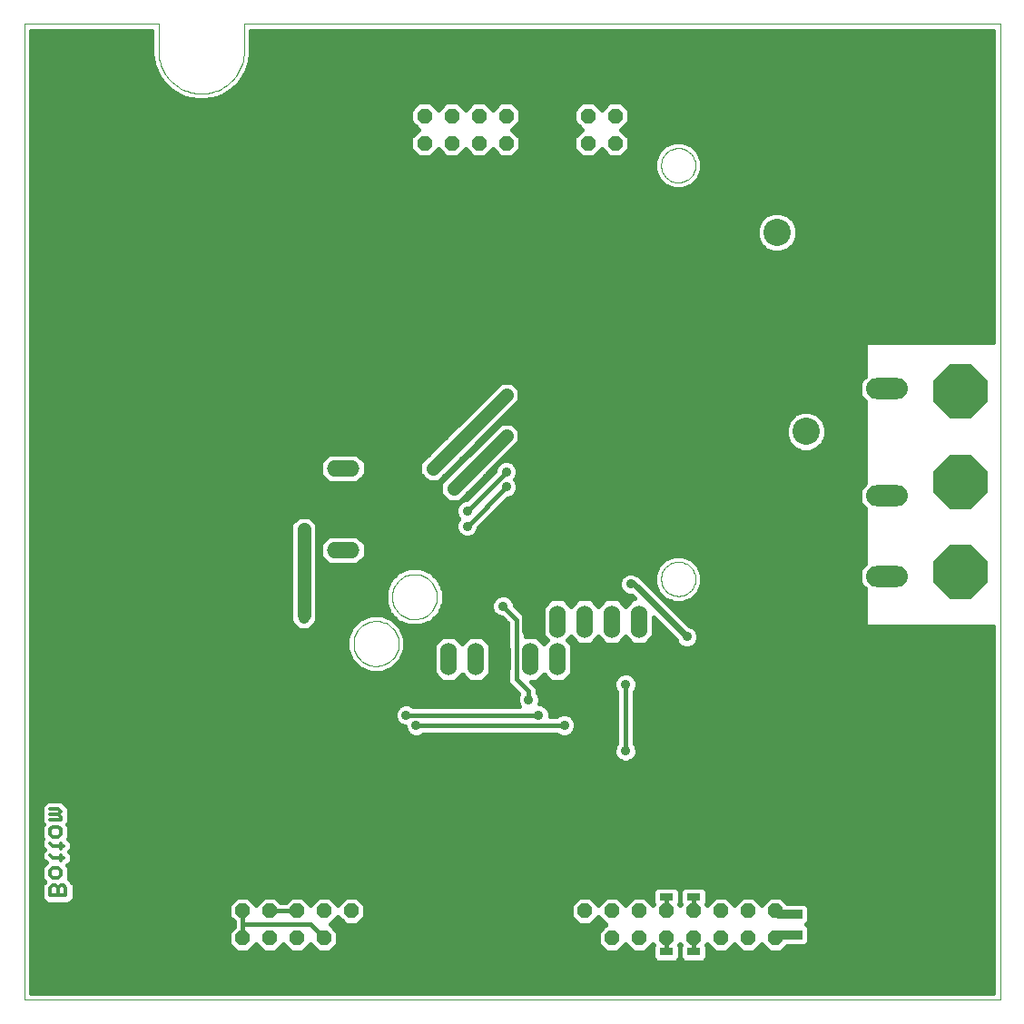
<source format=gbl>
G75*
G70*
%OFA0B0*%
%FSLAX24Y24*%
%IPPOS*%
%LPD*%
%AMOC8*
5,1,8,0,0,1.08239X$1,22.5*
%
%ADD10C,0.0000*%
%ADD11C,0.0130*%
%ADD12O,0.1535X0.0768*%
%ADD13R,0.1000X0.1000*%
%ADD14C,0.1000*%
%ADD15C,0.2441*%
%ADD16O,0.0600X0.1200*%
%ADD17OC8,0.1969*%
%ADD18OC8,0.0540*%
%ADD19O,0.1200X0.0600*%
%ADD20R,0.0512X0.0276*%
%ADD21R,0.0512X0.0354*%
%ADD22C,0.0160*%
%ADD23C,0.0394*%
%ADD24C,0.0354*%
%ADD25C,0.0400*%
%ADD26C,0.0500*%
%ADD27C,0.0400*%
%ADD28C,0.0240*%
%ADD29C,0.0320*%
D10*
X001930Y001930D02*
X001930Y037757D01*
X006851Y037757D01*
X006851Y036772D01*
X006853Y036695D01*
X006859Y036618D01*
X006868Y036541D01*
X006881Y036465D01*
X006898Y036389D01*
X006919Y036315D01*
X006943Y036241D01*
X006971Y036169D01*
X007002Y036099D01*
X007037Y036030D01*
X007075Y035962D01*
X007116Y035897D01*
X007161Y035834D01*
X007209Y035773D01*
X007259Y035714D01*
X007312Y035658D01*
X007368Y035605D01*
X007427Y035555D01*
X007488Y035507D01*
X007551Y035462D01*
X007616Y035421D01*
X007684Y035383D01*
X007753Y035348D01*
X007823Y035317D01*
X007895Y035289D01*
X007969Y035265D01*
X008043Y035244D01*
X008119Y035227D01*
X008195Y035214D01*
X008272Y035205D01*
X008349Y035199D01*
X008426Y035197D01*
X008503Y035199D01*
X008580Y035205D01*
X008657Y035214D01*
X008733Y035227D01*
X008809Y035244D01*
X008883Y035265D01*
X008957Y035289D01*
X009029Y035317D01*
X009099Y035348D01*
X009168Y035383D01*
X009236Y035421D01*
X009301Y035462D01*
X009364Y035507D01*
X009425Y035555D01*
X009484Y035605D01*
X009540Y035658D01*
X009593Y035714D01*
X009643Y035773D01*
X009691Y035834D01*
X009736Y035897D01*
X009777Y035962D01*
X009815Y036030D01*
X009850Y036099D01*
X009881Y036169D01*
X009909Y036241D01*
X009933Y036315D01*
X009954Y036389D01*
X009971Y036465D01*
X009984Y036541D01*
X009993Y036618D01*
X009999Y036695D01*
X010001Y036772D01*
X010001Y037757D01*
X037757Y037757D01*
X037757Y001930D01*
X001930Y001930D01*
X014018Y015002D02*
X014021Y015077D01*
X014032Y015152D01*
X014049Y015225D01*
X014072Y015297D01*
X014102Y015366D01*
X014138Y015432D01*
X014180Y015494D01*
X014228Y015553D01*
X014281Y015606D01*
X014338Y015655D01*
X014399Y015699D01*
X014465Y015736D01*
X014533Y015768D01*
X014604Y015793D01*
X014677Y015812D01*
X014751Y015824D01*
X014826Y015829D01*
X014901Y015827D01*
X014976Y015819D01*
X015050Y015803D01*
X015122Y015781D01*
X015192Y015753D01*
X015258Y015718D01*
X015322Y015678D01*
X015381Y015631D01*
X015436Y015580D01*
X015487Y015524D01*
X015531Y015463D01*
X015570Y015399D01*
X015604Y015331D01*
X015630Y015261D01*
X015651Y015189D01*
X015664Y015115D01*
X015671Y015040D01*
X015671Y014964D01*
X015664Y014889D01*
X015651Y014815D01*
X015630Y014743D01*
X015604Y014673D01*
X015570Y014605D01*
X015531Y014541D01*
X015487Y014480D01*
X015436Y014424D01*
X015381Y014373D01*
X015322Y014326D01*
X015259Y014286D01*
X015192Y014251D01*
X015122Y014223D01*
X015050Y014201D01*
X014976Y014185D01*
X014901Y014177D01*
X014826Y014175D01*
X014751Y014180D01*
X014677Y014192D01*
X014604Y014211D01*
X014533Y014236D01*
X014465Y014268D01*
X014399Y014305D01*
X014338Y014349D01*
X014281Y014398D01*
X014228Y014451D01*
X014180Y014510D01*
X014138Y014572D01*
X014102Y014638D01*
X014072Y014707D01*
X014049Y014779D01*
X014032Y014852D01*
X014021Y014927D01*
X014018Y015002D01*
X015425Y016720D02*
X015428Y016795D01*
X015439Y016870D01*
X015456Y016943D01*
X015479Y017015D01*
X015509Y017084D01*
X015545Y017150D01*
X015587Y017212D01*
X015635Y017271D01*
X015688Y017324D01*
X015745Y017373D01*
X015806Y017417D01*
X015872Y017454D01*
X015940Y017486D01*
X016011Y017511D01*
X016084Y017530D01*
X016158Y017542D01*
X016233Y017547D01*
X016308Y017545D01*
X016383Y017537D01*
X016457Y017521D01*
X016529Y017499D01*
X016599Y017471D01*
X016665Y017436D01*
X016729Y017396D01*
X016788Y017349D01*
X016843Y017298D01*
X016894Y017242D01*
X016938Y017181D01*
X016977Y017117D01*
X017011Y017049D01*
X017037Y016979D01*
X017058Y016907D01*
X017071Y016833D01*
X017078Y016758D01*
X017078Y016682D01*
X017071Y016607D01*
X017058Y016533D01*
X017037Y016461D01*
X017011Y016391D01*
X016977Y016323D01*
X016938Y016259D01*
X016894Y016198D01*
X016843Y016142D01*
X016788Y016091D01*
X016729Y016044D01*
X016666Y016004D01*
X016599Y015969D01*
X016529Y015941D01*
X016457Y015919D01*
X016383Y015903D01*
X016308Y015895D01*
X016233Y015893D01*
X016158Y015898D01*
X016084Y015910D01*
X016011Y015929D01*
X015940Y015954D01*
X015872Y015986D01*
X015806Y016023D01*
X015745Y016067D01*
X015688Y016116D01*
X015635Y016169D01*
X015587Y016228D01*
X015545Y016290D01*
X015509Y016356D01*
X015479Y016425D01*
X015456Y016497D01*
X015439Y016570D01*
X015428Y016645D01*
X015425Y016720D01*
X025309Y017377D02*
X025312Y017434D01*
X025319Y017491D01*
X025332Y017547D01*
X025350Y017601D01*
X025373Y017654D01*
X025401Y017704D01*
X025433Y017752D01*
X025469Y017796D01*
X025509Y017837D01*
X025553Y017875D01*
X025599Y017908D01*
X025649Y017936D01*
X025701Y017960D01*
X025755Y017980D01*
X025811Y017994D01*
X025867Y018003D01*
X025925Y018007D01*
X025982Y018006D01*
X026039Y017999D01*
X026095Y017987D01*
X026150Y017971D01*
X026203Y017949D01*
X026254Y017923D01*
X026302Y017892D01*
X026348Y017857D01*
X026390Y017817D01*
X026428Y017775D01*
X026462Y017728D01*
X026492Y017679D01*
X026517Y017628D01*
X026537Y017574D01*
X026553Y017519D01*
X026563Y017463D01*
X026568Y017406D01*
X026568Y017348D01*
X026563Y017291D01*
X026553Y017235D01*
X026537Y017180D01*
X026517Y017126D01*
X026492Y017075D01*
X026462Y017026D01*
X026428Y016979D01*
X026390Y016937D01*
X026348Y016897D01*
X026302Y016862D01*
X026254Y016831D01*
X026203Y016805D01*
X026150Y016783D01*
X026095Y016767D01*
X026039Y016755D01*
X025982Y016748D01*
X025925Y016747D01*
X025867Y016751D01*
X025811Y016760D01*
X025755Y016774D01*
X025701Y016794D01*
X025649Y016818D01*
X025599Y016846D01*
X025553Y016879D01*
X025509Y016917D01*
X025469Y016958D01*
X025433Y017002D01*
X025401Y017050D01*
X025373Y017100D01*
X025350Y017153D01*
X025332Y017207D01*
X025319Y017263D01*
X025312Y017320D01*
X025309Y017377D01*
X025309Y032564D02*
X025312Y032621D01*
X025319Y032678D01*
X025332Y032734D01*
X025350Y032788D01*
X025373Y032841D01*
X025401Y032891D01*
X025433Y032939D01*
X025469Y032983D01*
X025509Y033024D01*
X025553Y033062D01*
X025599Y033095D01*
X025649Y033123D01*
X025701Y033147D01*
X025755Y033167D01*
X025811Y033181D01*
X025867Y033190D01*
X025925Y033194D01*
X025982Y033193D01*
X026039Y033186D01*
X026095Y033174D01*
X026150Y033158D01*
X026203Y033136D01*
X026254Y033110D01*
X026302Y033079D01*
X026348Y033044D01*
X026390Y033004D01*
X026428Y032962D01*
X026462Y032915D01*
X026492Y032866D01*
X026517Y032815D01*
X026537Y032761D01*
X026553Y032706D01*
X026563Y032650D01*
X026568Y032593D01*
X026568Y032535D01*
X026563Y032478D01*
X026553Y032422D01*
X026537Y032367D01*
X026517Y032313D01*
X026492Y032262D01*
X026462Y032213D01*
X026428Y032166D01*
X026390Y032124D01*
X026348Y032084D01*
X026302Y032049D01*
X026254Y032018D01*
X026203Y031992D01*
X026150Y031970D01*
X026095Y031954D01*
X026039Y031942D01*
X025982Y031935D01*
X025925Y031934D01*
X025867Y031938D01*
X025811Y031947D01*
X025755Y031961D01*
X025701Y031981D01*
X025649Y032005D01*
X025599Y032033D01*
X025553Y032066D01*
X025509Y032104D01*
X025469Y032145D01*
X025433Y032189D01*
X025401Y032237D01*
X025373Y032287D01*
X025350Y032340D01*
X025332Y032394D01*
X025319Y032450D01*
X025312Y032507D01*
X025309Y032564D01*
D11*
X003164Y008927D02*
X002879Y008927D01*
X002879Y008737D02*
X003164Y008737D01*
X003259Y008832D01*
X003164Y008927D01*
X003164Y008737D02*
X003259Y008642D01*
X003259Y008547D01*
X002879Y008547D01*
X002974Y008283D02*
X003164Y008283D01*
X003259Y008188D01*
X003259Y007998D01*
X003164Y007903D01*
X002974Y007903D01*
X002879Y007998D01*
X002879Y008188D01*
X002974Y008283D01*
X002879Y007663D02*
X002974Y007568D01*
X003354Y007568D01*
X003259Y007473D02*
X003259Y007663D01*
X003259Y007233D02*
X003259Y007043D01*
X003354Y007138D02*
X002974Y007138D01*
X002879Y007233D01*
X002974Y006779D02*
X003164Y006779D01*
X003259Y006684D01*
X003259Y006494D01*
X003164Y006399D01*
X002974Y006399D01*
X002879Y006494D01*
X002879Y006684D01*
X002974Y006779D01*
X002974Y006134D02*
X002879Y006039D01*
X002879Y005754D01*
X003450Y005754D01*
X003450Y006039D01*
X003354Y006134D01*
X003259Y006134D01*
X003164Y006039D01*
X003164Y005754D01*
X003164Y006039D02*
X003069Y006134D01*
X002974Y006134D01*
D12*
X033615Y014518D03*
X033615Y017471D03*
X033615Y020423D03*
X033615Y024360D03*
D13*
X029564Y027150D03*
X030627Y019838D03*
D14*
X030627Y022790D03*
X029564Y030103D03*
D15*
X035985Y035985D03*
X035985Y003701D03*
X003701Y003701D03*
X003701Y035985D03*
D16*
X020502Y015814D03*
X021502Y015814D03*
X022502Y015814D03*
X023502Y015814D03*
X024502Y015814D03*
X021502Y014439D03*
X020502Y014439D03*
X019502Y014439D03*
X018502Y014439D03*
X017502Y014439D03*
D17*
X036314Y014314D03*
X036314Y017627D03*
X036314Y020939D03*
X036314Y024252D03*
D18*
X023627Y033377D03*
X023627Y034377D03*
X022627Y034377D03*
X022627Y033377D03*
X021627Y033377D03*
X021627Y034377D03*
X020627Y034377D03*
X020627Y033377D03*
X019627Y033377D03*
X019627Y034377D03*
X018627Y034377D03*
X018627Y033377D03*
X017627Y033377D03*
X017627Y034377D03*
X016627Y034377D03*
X016627Y033377D03*
X013939Y005189D03*
X013939Y004189D03*
X012939Y004189D03*
X011939Y004189D03*
X010939Y004189D03*
X009939Y004189D03*
X009939Y005189D03*
X010939Y005189D03*
X011939Y005189D03*
X012939Y005189D03*
X022502Y005189D03*
X023502Y005189D03*
X024502Y005189D03*
X025502Y005189D03*
X026502Y005189D03*
X027502Y005189D03*
X028502Y005189D03*
X029502Y005189D03*
X029502Y004189D03*
X028502Y004189D03*
X027502Y004189D03*
X026502Y004189D03*
X025502Y004189D03*
X024502Y004189D03*
X023502Y004189D03*
X022502Y004189D03*
D19*
X013627Y018439D03*
X013627Y019439D03*
X013627Y020439D03*
X013627Y021439D03*
D20*
X025502Y006438D03*
X025502Y005690D03*
X026502Y005690D03*
X026502Y006438D03*
X026502Y003688D03*
X026502Y002940D03*
X025502Y002940D03*
X025502Y003688D03*
D21*
X030252Y004315D03*
X030252Y005063D03*
D22*
X030747Y005139D02*
X037517Y005139D01*
X037517Y005297D02*
X030747Y005297D01*
X030747Y005340D02*
X030607Y005480D01*
X029932Y005480D01*
X029713Y005699D01*
X029290Y005699D01*
X029002Y005410D01*
X028713Y005699D01*
X028290Y005699D01*
X028002Y005410D01*
X027713Y005699D01*
X027290Y005699D01*
X027002Y005410D01*
X026978Y005434D01*
X026997Y005453D01*
X026997Y005927D01*
X026857Y006068D01*
X026146Y006068D01*
X026006Y005927D01*
X026006Y005453D01*
X026025Y005434D01*
X026002Y005410D01*
X025978Y005434D01*
X025997Y005453D01*
X025997Y005927D01*
X025857Y006068D01*
X025146Y006068D01*
X025006Y005927D01*
X025006Y005453D01*
X025025Y005434D01*
X025002Y005410D01*
X024713Y005699D01*
X024290Y005699D01*
X024002Y005410D01*
X023713Y005699D01*
X023290Y005699D01*
X023002Y005410D01*
X022713Y005699D01*
X022290Y005699D01*
X021992Y005400D01*
X021992Y004978D01*
X022290Y004679D01*
X022713Y004679D01*
X023002Y004968D01*
X023280Y004689D01*
X022992Y004400D01*
X022992Y003978D01*
X023290Y003679D01*
X023713Y003679D01*
X024002Y003968D01*
X024290Y003679D01*
X024713Y003679D01*
X025002Y003968D01*
X025025Y003945D01*
X025006Y003925D01*
X025006Y003451D01*
X025146Y003310D01*
X025857Y003310D01*
X025997Y003451D01*
X025997Y003925D01*
X025978Y003945D01*
X026002Y003968D01*
X026025Y003945D01*
X026006Y003925D01*
X026006Y003451D01*
X026146Y003310D01*
X026857Y003310D01*
X026997Y003451D01*
X026997Y003925D01*
X026978Y003945D01*
X027002Y003968D01*
X027290Y003679D01*
X027713Y003679D01*
X028002Y003968D01*
X028290Y003679D01*
X028713Y003679D01*
X029002Y003968D01*
X029290Y003679D01*
X029713Y003679D01*
X029932Y003898D01*
X030607Y003898D01*
X030747Y004039D01*
X030747Y004592D01*
X030650Y004689D01*
X030747Y004787D01*
X030747Y005340D01*
X030631Y005456D02*
X037517Y005456D01*
X037517Y005615D02*
X029797Y005615D01*
X029206Y005615D02*
X028797Y005615D01*
X028956Y005456D02*
X029047Y005456D01*
X028206Y005615D02*
X027797Y005615D01*
X027956Y005456D02*
X028047Y005456D01*
X027206Y005615D02*
X026997Y005615D01*
X026997Y005773D02*
X037517Y005773D01*
X037517Y005932D02*
X026993Y005932D01*
X026997Y005456D02*
X027047Y005456D01*
X026502Y005690D02*
X026502Y005189D01*
X026006Y005456D02*
X025997Y005456D01*
X025997Y005615D02*
X026006Y005615D01*
X025997Y005773D02*
X026006Y005773D01*
X025993Y005932D02*
X026010Y005932D01*
X025502Y005690D02*
X025502Y005189D01*
X025006Y005456D02*
X024956Y005456D01*
X025006Y005615D02*
X024797Y005615D01*
X025006Y005773D02*
X003755Y005773D01*
X003755Y005913D02*
X003755Y006166D01*
X003659Y006261D01*
X003559Y006362D01*
X003564Y006367D01*
X003564Y006620D01*
X003564Y006810D01*
X003511Y006864D01*
X003564Y006917D01*
X003659Y007012D01*
X003659Y007265D01*
X003571Y007353D01*
X003659Y007442D01*
X003659Y007694D01*
X003564Y007789D01*
X003523Y007830D01*
X003564Y007871D01*
X003564Y008124D01*
X003564Y008314D01*
X003511Y008367D01*
X003564Y008421D01*
X003564Y008516D01*
X003564Y008706D01*
X003564Y008959D01*
X003469Y009054D01*
X003291Y009232D01*
X002753Y009232D01*
X002574Y009054D01*
X002574Y008801D01*
X002574Y008611D01*
X002574Y008421D01*
X002627Y008367D01*
X002574Y008314D01*
X002574Y008124D01*
X002574Y007871D01*
X002615Y007830D01*
X002574Y007789D01*
X002574Y007537D01*
X002663Y007448D01*
X002574Y007360D01*
X002574Y007107D01*
X002723Y006959D01*
X002669Y006905D01*
X002574Y006810D01*
X002574Y006620D01*
X002574Y006367D01*
X002675Y006267D01*
X002574Y006166D01*
X002574Y005628D01*
X002753Y005449D01*
X003005Y005449D01*
X003038Y005449D01*
X003291Y005449D01*
X003323Y005449D01*
X003576Y005449D01*
X003755Y005628D01*
X003755Y005913D01*
X003755Y005932D02*
X025010Y005932D01*
X024206Y005615D02*
X023797Y005615D01*
X023956Y005456D02*
X024047Y005456D01*
X023206Y005615D02*
X022797Y005615D01*
X022956Y005456D02*
X023047Y005456D01*
X023148Y004822D02*
X022856Y004822D01*
X023096Y004505D02*
X013345Y004505D01*
X013449Y004400D02*
X013160Y004689D01*
X013439Y004968D01*
X013728Y004679D01*
X014150Y004679D01*
X014449Y004978D01*
X014449Y005400D01*
X014150Y005699D01*
X013728Y005699D01*
X013439Y005410D01*
X013150Y005699D01*
X012728Y005699D01*
X012439Y005410D01*
X012150Y005699D01*
X011728Y005699D01*
X011538Y005509D01*
X011340Y005509D01*
X011150Y005699D01*
X010728Y005699D01*
X010439Y005410D01*
X010150Y005699D01*
X009728Y005699D01*
X009429Y005400D01*
X009429Y004978D01*
X009619Y004788D01*
X009619Y004590D01*
X009429Y004400D01*
X009429Y003978D01*
X009728Y003679D01*
X010150Y003679D01*
X010439Y003968D01*
X010728Y003679D01*
X011150Y003679D01*
X011439Y003968D01*
X011728Y003679D01*
X012150Y003679D01*
X012439Y003968D01*
X012728Y003679D01*
X013150Y003679D01*
X013449Y003978D01*
X013449Y004400D01*
X013449Y004346D02*
X022992Y004346D01*
X022992Y004188D02*
X013449Y004188D01*
X013449Y004029D02*
X022992Y004029D01*
X023099Y003871D02*
X013342Y003871D01*
X013183Y003712D02*
X023257Y003712D01*
X023746Y003712D02*
X024257Y003712D01*
X024099Y003871D02*
X023904Y003871D01*
X024746Y003712D02*
X025006Y003712D01*
X025006Y003554D02*
X002170Y003554D01*
X002170Y003712D02*
X009695Y003712D01*
X009536Y003871D02*
X002170Y003871D01*
X002170Y004029D02*
X009429Y004029D01*
X009429Y004188D02*
X002170Y004188D01*
X002170Y004346D02*
X009429Y004346D01*
X009534Y004505D02*
X002170Y004505D01*
X002170Y004663D02*
X009619Y004663D01*
X009585Y004822D02*
X002170Y004822D01*
X002170Y004980D02*
X009429Y004980D01*
X009429Y005139D02*
X002170Y005139D01*
X002170Y005297D02*
X009429Y005297D01*
X009485Y005456D02*
X003583Y005456D01*
X003741Y005615D02*
X009643Y005615D01*
X009939Y005189D02*
X009939Y004689D01*
X012439Y004689D01*
X012939Y004189D01*
X012536Y003871D02*
X012342Y003871D01*
X012183Y003712D02*
X012695Y003712D01*
X011695Y003712D02*
X011183Y003712D01*
X011342Y003871D02*
X011536Y003871D01*
X010695Y003712D02*
X010183Y003712D01*
X010342Y003871D02*
X010536Y003871D01*
X009939Y004189D02*
X009939Y004189D01*
X009939Y004189D01*
X009939Y004189D01*
X009939Y004689D01*
X010393Y005456D02*
X010485Y005456D01*
X010643Y005615D02*
X010235Y005615D01*
X010939Y005189D02*
X011939Y005189D01*
X011939Y005189D01*
X011939Y005189D01*
X011939Y005189D01*
X011643Y005615D02*
X011235Y005615D01*
X012235Y005615D02*
X012643Y005615D01*
X012485Y005456D02*
X012393Y005456D01*
X013235Y005615D02*
X013643Y005615D01*
X013485Y005456D02*
X013393Y005456D01*
X013293Y004822D02*
X013585Y004822D01*
X013186Y004663D02*
X023255Y004663D01*
X022148Y004822D02*
X014293Y004822D01*
X014449Y004980D02*
X021992Y004980D01*
X021992Y005139D02*
X014449Y005139D01*
X014449Y005297D02*
X021992Y005297D01*
X022047Y005456D02*
X014393Y005456D01*
X014235Y005615D02*
X022206Y005615D01*
X024904Y003871D02*
X025006Y003871D01*
X025062Y003395D02*
X002170Y003395D01*
X002170Y003236D02*
X037517Y003236D01*
X037517Y003078D02*
X002170Y003078D01*
X002170Y002919D02*
X037517Y002919D01*
X037517Y002761D02*
X002170Y002761D01*
X002170Y002602D02*
X037517Y002602D01*
X037517Y002444D02*
X002170Y002444D01*
X002170Y002285D02*
X037517Y002285D01*
X037517Y002170D02*
X002170Y002170D01*
X002170Y037517D01*
X006611Y037517D01*
X006611Y036673D01*
X006611Y036673D01*
X006611Y036653D01*
X006642Y036417D01*
X006704Y036188D01*
X006704Y036188D01*
X006795Y035968D01*
X006914Y035762D01*
X007058Y035573D01*
X007227Y035405D01*
X007415Y035260D01*
X007415Y035260D01*
X007621Y035141D01*
X007621Y035141D01*
X007841Y035050D01*
X007841Y035050D01*
X008071Y034989D01*
X008307Y034958D01*
X008326Y034958D01*
X008326Y034957D01*
X008423Y034957D01*
X008426Y034957D01*
X008525Y034957D01*
X008525Y034958D01*
X008545Y034958D01*
X008781Y034989D01*
X009010Y035050D01*
X009010Y035050D01*
X009230Y035141D01*
X009230Y035141D01*
X009436Y035260D01*
X009625Y035405D01*
X009793Y035573D01*
X009793Y035573D01*
X009938Y035762D01*
X010057Y035968D01*
X010148Y036188D01*
X010209Y036417D01*
X010241Y036653D01*
X010241Y036653D01*
X010241Y036673D01*
X010241Y036819D01*
X010241Y036872D01*
X010241Y037517D01*
X037517Y037517D01*
X037517Y026064D01*
X032814Y026064D01*
X032814Y024825D01*
X032608Y024619D01*
X032608Y024102D01*
X032814Y023895D01*
X032814Y020888D01*
X032608Y020682D01*
X032608Y020165D01*
X032814Y019958D01*
X032814Y017935D01*
X032608Y017729D01*
X032608Y017212D01*
X032814Y017006D01*
X032814Y015627D01*
X037517Y015627D01*
X037517Y002170D01*
X037517Y003395D02*
X026942Y003395D01*
X026997Y003554D02*
X037517Y003554D01*
X037517Y003712D02*
X029746Y003712D01*
X029904Y003871D02*
X037517Y003871D01*
X037517Y004029D02*
X030738Y004029D01*
X030747Y004188D02*
X037517Y004188D01*
X037517Y004346D02*
X030747Y004346D01*
X030747Y004505D02*
X037517Y004505D01*
X037517Y004663D02*
X030676Y004663D01*
X030747Y004822D02*
X037517Y004822D01*
X037517Y004980D02*
X030747Y004980D01*
X029257Y003712D02*
X028746Y003712D01*
X028904Y003871D02*
X029099Y003871D01*
X028257Y003712D02*
X027746Y003712D01*
X027904Y003871D02*
X028099Y003871D01*
X027257Y003712D02*
X026997Y003712D01*
X026997Y003871D02*
X027099Y003871D01*
X026502Y003688D02*
X026502Y004189D01*
X026006Y003871D02*
X025997Y003871D01*
X025997Y003712D02*
X026006Y003712D01*
X025997Y003554D02*
X026006Y003554D01*
X026062Y003395D02*
X025941Y003395D01*
X025502Y003688D02*
X025502Y004189D01*
X025502Y003688D02*
X025502Y003688D01*
X024085Y010647D02*
X024238Y010710D01*
X024355Y010828D01*
X024419Y010981D01*
X024419Y011147D01*
X024355Y011300D01*
X024322Y011334D01*
X024322Y013232D01*
X024355Y013265D01*
X024419Y013419D01*
X024419Y013585D01*
X024355Y013738D01*
X024238Y013855D01*
X024085Y013919D01*
X023919Y013919D01*
X023765Y013855D01*
X023648Y013738D01*
X023584Y013585D01*
X023584Y013419D01*
X023648Y013265D01*
X023682Y013232D01*
X023682Y011334D01*
X023648Y011300D01*
X023584Y011147D01*
X023584Y010981D01*
X023648Y010828D01*
X023765Y010710D01*
X023919Y010647D01*
X024085Y010647D01*
X024184Y010688D02*
X037517Y010688D01*
X037517Y010846D02*
X024363Y010846D01*
X024419Y011005D02*
X037517Y011005D01*
X037517Y011164D02*
X024412Y011164D01*
X024334Y011322D02*
X037517Y011322D01*
X037517Y011481D02*
X024322Y011481D01*
X024322Y011639D02*
X037517Y011639D01*
X037517Y011798D02*
X024322Y011798D01*
X024322Y011956D02*
X037517Y011956D01*
X037517Y012115D02*
X024322Y012115D01*
X024322Y012273D02*
X037517Y012273D01*
X037517Y012432D02*
X024322Y012432D01*
X024322Y012590D02*
X037517Y012590D01*
X037517Y012749D02*
X024322Y012749D01*
X024322Y012908D02*
X037517Y012908D01*
X037517Y013066D02*
X024322Y013066D01*
X024322Y013225D02*
X037517Y013225D01*
X037517Y013383D02*
X024404Y013383D01*
X024419Y013542D02*
X037517Y013542D01*
X037517Y013700D02*
X024371Y013700D01*
X024229Y013859D02*
X037517Y013859D01*
X037517Y014017D02*
X022042Y014017D01*
X022042Y013915D02*
X022042Y014963D01*
X021878Y015127D01*
X022125Y015127D01*
X022002Y015251D02*
X022278Y014974D01*
X022725Y014974D01*
X023002Y015251D01*
X023278Y014974D01*
X023725Y014974D01*
X024002Y015251D01*
X024278Y014974D01*
X024725Y014974D01*
X025042Y015290D01*
X025042Y015952D01*
X025841Y015153D01*
X025898Y015015D01*
X026015Y014898D01*
X026169Y014834D01*
X026335Y014834D01*
X026488Y014898D01*
X026605Y015015D01*
X026669Y015169D01*
X026669Y015335D01*
X026605Y015488D01*
X026488Y015605D01*
X026350Y015662D01*
X024674Y017338D01*
X024674Y017338D01*
X024463Y017549D01*
X024410Y017549D01*
X024272Y017606D01*
X024106Y017606D01*
X023953Y017543D01*
X023835Y017425D01*
X023772Y017272D01*
X023772Y017106D01*
X023835Y016953D01*
X023953Y016835D01*
X024106Y016772D01*
X024222Y016772D01*
X024340Y016654D01*
X024278Y016654D01*
X024002Y016378D01*
X023725Y016654D01*
X023278Y016654D01*
X023002Y016378D01*
X022725Y016654D01*
X022278Y016654D01*
X022002Y016378D01*
X021725Y016654D01*
X021278Y016654D01*
X020962Y016338D01*
X020962Y015290D01*
X021126Y015127D01*
X021002Y015003D01*
X020725Y015279D01*
X020322Y015279D01*
X020322Y015744D01*
X020322Y016009D01*
X019919Y016412D01*
X019919Y016460D01*
X019855Y016613D01*
X019738Y016730D01*
X019585Y016794D01*
X019419Y016794D01*
X019265Y016730D01*
X019148Y016613D01*
X019084Y016460D01*
X019084Y016294D01*
X019148Y016140D01*
X019265Y016023D01*
X019419Y015959D01*
X019466Y015959D01*
X019682Y015744D01*
X019682Y013557D01*
X019869Y013369D01*
X020079Y013159D01*
X020022Y013022D01*
X020022Y012856D01*
X020085Y012703D01*
X020092Y012697D01*
X016209Y012697D01*
X016175Y012730D01*
X016022Y012794D01*
X015856Y012794D01*
X015703Y012730D01*
X015585Y012613D01*
X015522Y012460D01*
X015522Y012294D01*
X015585Y012140D01*
X015703Y012023D01*
X015856Y011959D01*
X015897Y011959D01*
X015897Y011919D01*
X015960Y011765D01*
X016078Y011648D01*
X016231Y011584D01*
X016397Y011584D01*
X016550Y011648D01*
X016584Y011682D01*
X021482Y011682D01*
X021515Y011648D01*
X021669Y011584D01*
X021835Y011584D01*
X021988Y011648D01*
X022105Y011765D01*
X022169Y011919D01*
X022169Y012085D01*
X022105Y012238D01*
X021988Y012355D01*
X021835Y012419D01*
X021669Y012419D01*
X021515Y012355D01*
X021482Y012322D01*
X021231Y012322D01*
X021231Y012460D01*
X021168Y012613D01*
X021050Y012730D01*
X020897Y012794D01*
X020830Y012794D01*
X020856Y012856D01*
X020856Y013022D01*
X020793Y013175D01*
X020759Y013209D01*
X020759Y013384D01*
X020544Y013599D01*
X020725Y013599D01*
X021002Y013876D01*
X021278Y013599D01*
X021725Y013599D01*
X022042Y013915D01*
X021985Y013859D02*
X023774Y013859D01*
X023632Y013700D02*
X021826Y013700D01*
X022042Y014176D02*
X037517Y014176D01*
X037517Y014334D02*
X022042Y014334D01*
X022042Y014493D02*
X037517Y014493D01*
X037517Y014652D02*
X022042Y014652D01*
X022042Y014810D02*
X037517Y014810D01*
X037517Y014969D02*
X026559Y014969D01*
X026652Y015127D02*
X037517Y015127D01*
X037517Y015286D02*
X026669Y015286D01*
X026623Y015444D02*
X037517Y015444D01*
X037517Y015603D02*
X026490Y015603D01*
X026251Y015761D02*
X032814Y015761D01*
X032814Y015920D02*
X026092Y015920D01*
X025934Y016078D02*
X032814Y016078D01*
X032814Y016237D02*
X025775Y016237D01*
X025617Y016396D02*
X032814Y016396D01*
X032814Y016554D02*
X026226Y016554D01*
X026112Y016507D02*
X026432Y016639D01*
X026677Y016884D01*
X026809Y017204D01*
X026809Y017550D01*
X026677Y017869D01*
X026432Y018114D01*
X026112Y018247D01*
X025766Y018247D01*
X025446Y018114D01*
X025202Y017869D01*
X025069Y017550D01*
X025069Y017204D01*
X025202Y016884D01*
X025446Y016639D01*
X025766Y016507D01*
X026112Y016507D01*
X026505Y016713D02*
X032814Y016713D01*
X032814Y016871D02*
X026664Y016871D01*
X026737Y017030D02*
X032790Y017030D01*
X032631Y017188D02*
X026803Y017188D01*
X026809Y017347D02*
X032608Y017347D01*
X032608Y017505D02*
X026809Y017505D01*
X026762Y017664D02*
X032608Y017664D01*
X032701Y017822D02*
X026696Y017822D01*
X026565Y017981D02*
X032814Y017981D01*
X032814Y018139D02*
X026371Y018139D01*
X025508Y018139D02*
X014391Y018139D01*
X014467Y018215D02*
X014150Y017899D01*
X013103Y017899D01*
X012787Y018215D01*
X012787Y018663D01*
X013103Y018979D01*
X014150Y018979D01*
X014467Y018663D01*
X014467Y018215D01*
X014467Y018298D02*
X032814Y018298D01*
X032814Y018457D02*
X014467Y018457D01*
X014467Y018615D02*
X032814Y018615D01*
X032814Y018774D02*
X014356Y018774D01*
X014197Y018932D02*
X018021Y018932D01*
X017953Y018960D02*
X018106Y018897D01*
X018272Y018897D01*
X018425Y018960D01*
X018543Y019078D01*
X018606Y019231D01*
X018606Y019279D01*
X019662Y020334D01*
X019710Y020334D01*
X019863Y020398D01*
X019980Y020515D01*
X020044Y020669D01*
X020044Y020835D01*
X032761Y020835D01*
X032814Y020993D02*
X019975Y020993D01*
X019980Y020988D02*
X019935Y021033D01*
X019980Y021078D01*
X020044Y021231D01*
X020044Y021397D01*
X019980Y021550D01*
X019863Y021668D01*
X019710Y021731D01*
X019544Y021731D01*
X019390Y021668D01*
X019273Y021550D01*
X019209Y021397D01*
X019209Y021349D01*
X018154Y020294D01*
X018106Y020294D01*
X017953Y020230D01*
X017835Y020113D01*
X017772Y019960D01*
X017772Y019794D01*
X017835Y019640D01*
X017880Y019595D01*
X017835Y019550D01*
X017772Y019397D01*
X017772Y019231D01*
X017835Y019078D01*
X017953Y018960D01*
X017830Y019091D02*
X012679Y019091D01*
X012679Y019189D02*
X012679Y019392D01*
X012392Y019679D01*
X011986Y019679D01*
X011699Y019392D01*
X011699Y016064D01*
X011699Y015861D01*
X011749Y015811D01*
X011749Y015757D01*
X012007Y015499D01*
X012371Y015499D01*
X012629Y015757D01*
X012629Y015811D01*
X012679Y015861D01*
X012679Y019189D01*
X012679Y019249D02*
X017772Y019249D01*
X017776Y019408D02*
X012663Y019408D01*
X012505Y019566D02*
X017851Y019566D01*
X017800Y019725D02*
X002170Y019725D01*
X002170Y019883D02*
X017772Y019883D01*
X017806Y020042D02*
X002170Y020042D01*
X002170Y020201D02*
X017485Y020201D01*
X017486Y020199D02*
X017892Y020199D01*
X020117Y022424D01*
X020117Y022830D01*
X019830Y023117D01*
X019424Y023117D01*
X017199Y020892D01*
X017199Y020486D01*
X017486Y020199D01*
X017326Y020359D02*
X002170Y020359D01*
X002170Y020518D02*
X017199Y020518D01*
X017199Y020676D02*
X002170Y020676D01*
X002170Y020835D02*
X017199Y020835D01*
X017142Y020949D02*
X020117Y023924D01*
X020117Y024330D01*
X019830Y024617D01*
X019424Y024617D01*
X016449Y021642D01*
X016449Y021236D01*
X016736Y020949D01*
X017142Y020949D01*
X017186Y020993D02*
X017300Y020993D01*
X017345Y021152D02*
X017459Y021152D01*
X017503Y021310D02*
X017617Y021310D01*
X017662Y021469D02*
X017776Y021469D01*
X017820Y021627D02*
X017935Y021627D01*
X017979Y021786D02*
X018093Y021786D01*
X018137Y021945D02*
X018252Y021945D01*
X018296Y022103D02*
X018410Y022103D01*
X018454Y022262D02*
X018569Y022262D01*
X018613Y022420D02*
X018727Y022420D01*
X018772Y022579D02*
X018886Y022579D01*
X018930Y022737D02*
X019044Y022737D01*
X019089Y022896D02*
X019203Y022896D01*
X019247Y023054D02*
X019361Y023054D01*
X019406Y023213D02*
X030002Y023213D01*
X029999Y023210D02*
X029887Y022938D01*
X029887Y022643D01*
X029999Y022371D01*
X030207Y022163D01*
X030479Y022050D01*
X030774Y022050D01*
X031046Y022163D01*
X031254Y022371D01*
X031367Y022643D01*
X031367Y022938D01*
X031254Y023210D01*
X031046Y023418D01*
X030774Y023530D01*
X030479Y023530D01*
X030207Y023418D01*
X029999Y023210D01*
X029935Y023054D02*
X019892Y023054D01*
X020050Y022896D02*
X029887Y022896D01*
X029887Y022737D02*
X020117Y022737D01*
X020117Y022579D02*
X029913Y022579D01*
X029979Y022420D02*
X020113Y022420D01*
X019955Y022262D02*
X030109Y022262D01*
X030352Y022103D02*
X019796Y022103D01*
X019637Y021945D02*
X032814Y021945D01*
X032814Y022103D02*
X030901Y022103D01*
X031144Y022262D02*
X032814Y022262D01*
X032814Y022420D02*
X031274Y022420D01*
X031340Y022579D02*
X032814Y022579D01*
X032814Y022737D02*
X031367Y022737D01*
X031367Y022896D02*
X032814Y022896D01*
X032814Y023054D02*
X031318Y023054D01*
X031251Y023213D02*
X032814Y023213D01*
X032814Y023371D02*
X031092Y023371D01*
X030775Y023530D02*
X032814Y023530D01*
X032814Y023689D02*
X019881Y023689D01*
X020040Y023847D02*
X032814Y023847D01*
X032704Y024006D02*
X020117Y024006D01*
X020117Y024164D02*
X032608Y024164D01*
X032608Y024323D02*
X020117Y024323D01*
X019965Y024481D02*
X032608Y024481D01*
X032629Y024640D02*
X002170Y024640D01*
X002170Y024798D02*
X032787Y024798D01*
X032814Y024957D02*
X002170Y024957D01*
X002170Y025115D02*
X032814Y025115D01*
X032814Y025274D02*
X002170Y025274D01*
X002170Y025432D02*
X032814Y025432D01*
X032814Y025591D02*
X002170Y025591D01*
X002170Y025750D02*
X032814Y025750D01*
X032814Y025908D02*
X002170Y025908D01*
X002170Y026067D02*
X037517Y026067D01*
X037517Y026225D02*
X002170Y026225D01*
X002170Y026384D02*
X037517Y026384D01*
X037517Y026542D02*
X002170Y026542D01*
X002170Y026701D02*
X037517Y026701D01*
X037517Y026859D02*
X002170Y026859D01*
X002170Y027018D02*
X037517Y027018D01*
X037517Y027176D02*
X002170Y027176D01*
X002170Y027335D02*
X037517Y027335D01*
X037517Y027494D02*
X002170Y027494D01*
X002170Y027652D02*
X037517Y027652D01*
X037517Y027811D02*
X002170Y027811D01*
X002170Y027969D02*
X037517Y027969D01*
X037517Y028128D02*
X002170Y028128D01*
X002170Y028286D02*
X037517Y028286D01*
X037517Y028445D02*
X002170Y028445D01*
X002170Y028603D02*
X037517Y028603D01*
X037517Y028762D02*
X002170Y028762D01*
X002170Y028920D02*
X037517Y028920D01*
X037517Y029079D02*
X002170Y029079D01*
X002170Y029238D02*
X037517Y029238D01*
X037517Y029396D02*
X029792Y029396D01*
X029711Y029363D02*
X029983Y029476D01*
X030192Y029684D01*
X030304Y029956D01*
X030304Y030250D01*
X030192Y030522D01*
X029983Y030730D01*
X029711Y030843D01*
X029417Y030843D01*
X029145Y030730D01*
X028937Y030522D01*
X028824Y030250D01*
X028824Y029956D01*
X028937Y029684D01*
X029145Y029476D01*
X029417Y029363D01*
X029711Y029363D01*
X029337Y029396D02*
X002170Y029396D01*
X002170Y029555D02*
X029066Y029555D01*
X028925Y029713D02*
X002170Y029713D01*
X002170Y029872D02*
X028859Y029872D01*
X028824Y030030D02*
X002170Y030030D01*
X002170Y030189D02*
X028824Y030189D01*
X028864Y030347D02*
X002170Y030347D01*
X002170Y030506D02*
X028930Y030506D01*
X029079Y030664D02*
X002170Y030664D01*
X002170Y030823D02*
X029369Y030823D01*
X029759Y030823D02*
X037517Y030823D01*
X037517Y030981D02*
X002170Y030981D01*
X002170Y031140D02*
X037517Y031140D01*
X037517Y031299D02*
X002170Y031299D01*
X002170Y031457D02*
X037517Y031457D01*
X037517Y031616D02*
X002170Y031616D01*
X002170Y031774D02*
X025573Y031774D01*
X025446Y031827D02*
X025766Y031694D01*
X026112Y031694D01*
X026432Y031827D01*
X026677Y032071D01*
X026809Y032391D01*
X026809Y032737D01*
X026677Y033057D01*
X026432Y033302D01*
X026112Y033434D01*
X025766Y033434D01*
X025446Y033302D01*
X025202Y033057D01*
X025069Y032737D01*
X025069Y032391D01*
X025202Y032071D01*
X025446Y031827D01*
X025340Y031933D02*
X002170Y031933D01*
X002170Y032091D02*
X025193Y032091D01*
X025128Y032250D02*
X002170Y032250D01*
X002170Y032408D02*
X025069Y032408D01*
X025069Y032567D02*
X002170Y032567D01*
X002170Y032725D02*
X025069Y032725D01*
X025130Y032884D02*
X023855Y032884D01*
X023838Y032867D02*
X024137Y033165D01*
X024137Y033588D01*
X023848Y033877D01*
X024137Y034165D01*
X024137Y034588D01*
X023838Y034887D01*
X023415Y034887D01*
X023127Y034598D01*
X022838Y034887D01*
X022415Y034887D01*
X022117Y034588D01*
X022117Y034165D01*
X022405Y033877D01*
X022117Y033588D01*
X022117Y033165D01*
X022415Y032867D01*
X022838Y032867D01*
X023127Y033155D01*
X023415Y032867D01*
X023838Y032867D01*
X024014Y033043D02*
X025196Y033043D01*
X025346Y033201D02*
X024137Y033201D01*
X024137Y033360D02*
X025587Y033360D01*
X026292Y033360D02*
X037517Y033360D01*
X037517Y033518D02*
X024137Y033518D01*
X024048Y033677D02*
X037517Y033677D01*
X037517Y033835D02*
X023889Y033835D01*
X023965Y033994D02*
X037517Y033994D01*
X037517Y034152D02*
X024124Y034152D01*
X024137Y034311D02*
X037517Y034311D01*
X037517Y034469D02*
X024137Y034469D01*
X024096Y034628D02*
X037517Y034628D01*
X037517Y034787D02*
X023938Y034787D01*
X023315Y034787D02*
X022938Y034787D01*
X023096Y034628D02*
X023157Y034628D01*
X022315Y034787D02*
X019938Y034787D01*
X019838Y034887D02*
X020137Y034588D01*
X020137Y034165D01*
X019848Y033877D01*
X020137Y033588D01*
X020137Y033165D01*
X019838Y032867D01*
X019415Y032867D01*
X019127Y033155D01*
X018838Y032867D01*
X018415Y032867D01*
X018127Y033155D01*
X017838Y032867D01*
X017415Y032867D01*
X017127Y033155D01*
X016838Y032867D01*
X016415Y032867D01*
X016117Y033165D01*
X016117Y033588D01*
X016405Y033877D01*
X016117Y034165D01*
X016117Y034588D01*
X016415Y034887D01*
X016838Y034887D01*
X017127Y034598D01*
X017415Y034887D01*
X017838Y034887D01*
X018127Y034598D01*
X018415Y034887D01*
X018838Y034887D01*
X019127Y034598D01*
X019415Y034887D01*
X019838Y034887D01*
X020096Y034628D02*
X022157Y034628D01*
X022117Y034469D02*
X020137Y034469D01*
X020137Y034311D02*
X022117Y034311D01*
X022130Y034152D02*
X020124Y034152D01*
X019965Y033994D02*
X022288Y033994D01*
X022364Y033835D02*
X019889Y033835D01*
X020048Y033677D02*
X022206Y033677D01*
X022117Y033518D02*
X020137Y033518D01*
X020137Y033360D02*
X022117Y033360D01*
X022117Y033201D02*
X020137Y033201D01*
X020014Y033043D02*
X022239Y033043D01*
X022398Y032884D02*
X019855Y032884D01*
X019398Y032884D02*
X018855Y032884D01*
X019014Y033043D02*
X019239Y033043D01*
X018398Y032884D02*
X017855Y032884D01*
X018014Y033043D02*
X018239Y033043D01*
X017398Y032884D02*
X016855Y032884D01*
X017014Y033043D02*
X017239Y033043D01*
X016398Y032884D02*
X002170Y032884D01*
X002170Y033043D02*
X016239Y033043D01*
X016117Y033201D02*
X002170Y033201D01*
X002170Y033360D02*
X016117Y033360D01*
X016117Y033518D02*
X002170Y033518D01*
X002170Y033677D02*
X016206Y033677D01*
X016364Y033835D02*
X002170Y033835D01*
X002170Y033994D02*
X016288Y033994D01*
X016130Y034152D02*
X002170Y034152D01*
X002170Y034311D02*
X016117Y034311D01*
X016117Y034469D02*
X002170Y034469D01*
X002170Y034628D02*
X016157Y034628D01*
X016315Y034787D02*
X002170Y034787D01*
X002170Y034945D02*
X037517Y034945D01*
X037517Y035104D02*
X009139Y035104D01*
X009436Y035260D02*
X009436Y035260D01*
X009439Y035262D02*
X037517Y035262D01*
X037517Y035421D02*
X009641Y035421D01*
X009625Y035405D02*
X009625Y035405D01*
X009625Y035405D01*
X009798Y035579D02*
X037517Y035579D01*
X037517Y035738D02*
X009919Y035738D01*
X009938Y035762D02*
X009938Y035762D01*
X010016Y035896D02*
X037517Y035896D01*
X037517Y036055D02*
X010093Y036055D01*
X010057Y035968D02*
X010057Y035968D01*
X010148Y036188D02*
X010148Y036188D01*
X010155Y036213D02*
X037517Y036213D01*
X037517Y036372D02*
X010197Y036372D01*
X010209Y036417D02*
X010209Y036417D01*
X010224Y036531D02*
X037517Y036531D01*
X037517Y036689D02*
X010241Y036689D01*
X010241Y036673D02*
X010241Y036673D01*
X010241Y036848D02*
X037517Y036848D01*
X037517Y037006D02*
X010241Y037006D01*
X010241Y037165D02*
X037517Y037165D01*
X037517Y037323D02*
X010241Y037323D01*
X010241Y037482D02*
X037517Y037482D01*
X037517Y033201D02*
X026532Y033201D01*
X026683Y033043D02*
X037517Y033043D01*
X037517Y032884D02*
X026748Y032884D01*
X026809Y032725D02*
X037517Y032725D01*
X037517Y032567D02*
X026809Y032567D01*
X026809Y032408D02*
X037517Y032408D01*
X037517Y032250D02*
X026751Y032250D01*
X026685Y032091D02*
X037517Y032091D01*
X037517Y031933D02*
X026538Y031933D01*
X026305Y031774D02*
X037517Y031774D01*
X037517Y030664D02*
X030049Y030664D01*
X030198Y030506D02*
X037517Y030506D01*
X037517Y030347D02*
X030264Y030347D01*
X030304Y030189D02*
X037517Y030189D01*
X037517Y030030D02*
X030304Y030030D01*
X030269Y029872D02*
X037517Y029872D01*
X037517Y029713D02*
X030204Y029713D01*
X030062Y029555D02*
X037517Y029555D01*
X030478Y023530D02*
X019723Y023530D01*
X019564Y023371D02*
X030161Y023371D01*
X032814Y021786D02*
X019479Y021786D01*
X019350Y021627D02*
X019320Y021627D01*
X019239Y021469D02*
X019162Y021469D01*
X019170Y021310D02*
X019003Y021310D01*
X019012Y021152D02*
X018845Y021152D01*
X018853Y020993D02*
X018686Y020993D01*
X018695Y020835D02*
X018528Y020835D01*
X018536Y020676D02*
X018369Y020676D01*
X018378Y020518D02*
X018211Y020518D01*
X018219Y020359D02*
X018052Y020359D01*
X017923Y020201D02*
X017893Y020201D01*
X018189Y019877D02*
X019627Y021314D01*
X020011Y021152D02*
X032814Y021152D01*
X032814Y021310D02*
X020044Y021310D01*
X020014Y021469D02*
X032814Y021469D01*
X032814Y021627D02*
X019903Y021627D01*
X019980Y020988D02*
X020044Y020835D01*
X020044Y020676D02*
X032608Y020676D01*
X032608Y020518D02*
X019981Y020518D01*
X019769Y020359D02*
X032608Y020359D01*
X032608Y020201D02*
X019528Y020201D01*
X019370Y020042D02*
X032730Y020042D01*
X032814Y019883D02*
X019211Y019883D01*
X019052Y019725D02*
X032814Y019725D01*
X032814Y019566D02*
X018894Y019566D01*
X018735Y019408D02*
X032814Y019408D01*
X032814Y019249D02*
X018606Y019249D01*
X018548Y019091D02*
X032814Y019091D01*
X032814Y018932D02*
X018357Y018932D01*
X018189Y019314D02*
X019627Y020752D01*
X017544Y022737D02*
X002170Y022737D01*
X002170Y022579D02*
X017386Y022579D01*
X017227Y022420D02*
X002170Y022420D01*
X002170Y022262D02*
X017069Y022262D01*
X016910Y022103D02*
X002170Y022103D01*
X002170Y021945D02*
X013068Y021945D01*
X013103Y021979D02*
X012787Y021663D01*
X012787Y021215D01*
X013103Y020899D01*
X014150Y020899D01*
X014467Y021215D01*
X014467Y021663D01*
X014150Y021979D01*
X013103Y021979D01*
X012910Y021786D02*
X002170Y021786D01*
X002170Y021627D02*
X012787Y021627D01*
X012787Y021469D02*
X002170Y021469D01*
X002170Y021310D02*
X012787Y021310D01*
X012850Y021152D02*
X002170Y021152D01*
X002170Y020993D02*
X013009Y020993D01*
X014244Y020993D02*
X016692Y020993D01*
X016534Y021152D02*
X014403Y021152D01*
X014467Y021310D02*
X016449Y021310D01*
X016449Y021469D02*
X014467Y021469D01*
X014467Y021627D02*
X016449Y021627D01*
X016593Y021786D02*
X014343Y021786D01*
X014185Y021945D02*
X016752Y021945D01*
X017703Y022896D02*
X002170Y022896D01*
X002170Y023054D02*
X017861Y023054D01*
X018020Y023213D02*
X002170Y023213D01*
X002170Y023371D02*
X018178Y023371D01*
X018337Y023530D02*
X002170Y023530D01*
X002170Y023689D02*
X018496Y023689D01*
X018654Y023847D02*
X002170Y023847D01*
X002170Y024006D02*
X018813Y024006D01*
X018971Y024164D02*
X002170Y024164D01*
X002170Y024323D02*
X019130Y024323D01*
X019288Y024481D02*
X002170Y024481D01*
X002170Y019566D02*
X011874Y019566D01*
X011715Y019408D02*
X002170Y019408D01*
X002170Y019249D02*
X011699Y019249D01*
X011699Y019091D02*
X002170Y019091D01*
X002170Y018932D02*
X011699Y018932D01*
X011699Y018774D02*
X002170Y018774D01*
X002170Y018615D02*
X011699Y018615D01*
X011699Y018457D02*
X002170Y018457D01*
X002170Y018298D02*
X011699Y018298D01*
X011699Y018139D02*
X002170Y018139D01*
X002170Y017981D02*
X011699Y017981D01*
X011699Y017822D02*
X002170Y017822D01*
X002170Y017664D02*
X011699Y017664D01*
X011699Y017505D02*
X002170Y017505D01*
X002170Y017347D02*
X011699Y017347D01*
X011699Y017188D02*
X002170Y017188D01*
X002170Y017030D02*
X011699Y017030D01*
X011699Y016871D02*
X002170Y016871D01*
X002170Y016713D02*
X011699Y016713D01*
X011699Y016554D02*
X002170Y016554D01*
X002170Y016396D02*
X011699Y016396D01*
X011699Y016237D02*
X002170Y016237D01*
X002170Y016078D02*
X011699Y016078D01*
X011699Y015920D02*
X002170Y015920D01*
X002170Y015761D02*
X011749Y015761D01*
X011903Y015603D02*
X002170Y015603D01*
X002170Y015444D02*
X013874Y015444D01*
X013808Y015286D02*
X002170Y015286D01*
X002170Y015127D02*
X013779Y015127D01*
X013779Y015214D02*
X013941Y015606D01*
X014241Y015906D01*
X014633Y016068D01*
X015058Y016068D01*
X015450Y015906D01*
X015750Y015606D01*
X015912Y015214D01*
X015912Y014789D01*
X015750Y014397D01*
X015450Y014097D01*
X015058Y013935D01*
X014633Y013935D01*
X014241Y014097D01*
X013941Y014397D01*
X013779Y014789D01*
X013779Y015214D01*
X013779Y014969D02*
X002170Y014969D01*
X002170Y014810D02*
X013779Y014810D01*
X013836Y014652D02*
X002170Y014652D01*
X002170Y014493D02*
X013901Y014493D01*
X014004Y014334D02*
X002170Y014334D01*
X002170Y014176D02*
X014162Y014176D01*
X014434Y014017D02*
X002170Y014017D01*
X002170Y013859D02*
X017018Y013859D01*
X016962Y013915D02*
X017278Y013599D01*
X017725Y013599D01*
X018002Y013876D01*
X018278Y013599D01*
X018725Y013599D01*
X019042Y013915D01*
X019042Y014963D01*
X018725Y015279D01*
X018278Y015279D01*
X018002Y015003D01*
X017725Y015279D01*
X017278Y015279D01*
X016962Y014963D01*
X016962Y013915D01*
X016962Y014017D02*
X015257Y014017D01*
X015528Y014176D02*
X016962Y014176D01*
X016962Y014334D02*
X015687Y014334D01*
X015789Y014493D02*
X016962Y014493D01*
X016962Y014652D02*
X015855Y014652D01*
X015912Y014810D02*
X016962Y014810D01*
X016967Y014969D02*
X015912Y014969D01*
X015912Y015127D02*
X017126Y015127D01*
X016856Y015816D02*
X017156Y016116D01*
X017318Y016508D01*
X017318Y016933D01*
X017156Y017325D01*
X016856Y017625D01*
X016464Y017787D01*
X016039Y017787D01*
X015647Y017625D01*
X015347Y017325D01*
X015185Y016933D01*
X015185Y016508D01*
X015347Y016116D01*
X015647Y015816D01*
X016039Y015654D01*
X016464Y015654D01*
X016856Y015816D01*
X016724Y015761D02*
X019664Y015761D01*
X019682Y015603D02*
X015751Y015603D01*
X015779Y015761D02*
X015594Y015761D01*
X015543Y015920D02*
X015416Y015920D01*
X015385Y016078D02*
X012679Y016078D01*
X012679Y015920D02*
X014275Y015920D01*
X014096Y015761D02*
X012629Y015761D01*
X012475Y015603D02*
X013940Y015603D01*
X012679Y016237D02*
X015297Y016237D01*
X015231Y016396D02*
X012679Y016396D01*
X012679Y016554D02*
X015185Y016554D01*
X015185Y016713D02*
X012679Y016713D01*
X012679Y016871D02*
X015185Y016871D01*
X015225Y017030D02*
X012679Y017030D01*
X012679Y017188D02*
X015291Y017188D01*
X015369Y017347D02*
X012679Y017347D01*
X012679Y017505D02*
X015528Y017505D01*
X015742Y017664D02*
X012679Y017664D01*
X012679Y017822D02*
X025182Y017822D01*
X025116Y017664D02*
X016761Y017664D01*
X016975Y017505D02*
X023915Y017505D01*
X023803Y017347D02*
X017134Y017347D01*
X017212Y017188D02*
X023772Y017188D01*
X023804Y017030D02*
X017278Y017030D01*
X017318Y016871D02*
X023917Y016871D01*
X023825Y016554D02*
X024178Y016554D01*
X024282Y016713D02*
X019756Y016713D01*
X019880Y016554D02*
X021178Y016554D01*
X021020Y016396D02*
X019935Y016396D01*
X020094Y016237D02*
X020962Y016237D01*
X020962Y016078D02*
X020252Y016078D01*
X020322Y015920D02*
X020962Y015920D01*
X020962Y015761D02*
X020322Y015761D01*
X020322Y015603D02*
X020962Y015603D01*
X020962Y015444D02*
X020322Y015444D01*
X020322Y015286D02*
X020967Y015286D01*
X020877Y015127D02*
X021125Y015127D01*
X021878Y015127D02*
X022002Y015251D01*
X022036Y014969D02*
X025945Y014969D01*
X025852Y015127D02*
X024878Y015127D01*
X025037Y015286D02*
X025708Y015286D01*
X025550Y015444D02*
X025042Y015444D01*
X025042Y015603D02*
X025391Y015603D01*
X025233Y015761D02*
X025042Y015761D01*
X025042Y015920D02*
X025074Y015920D01*
X025458Y016554D02*
X025652Y016554D01*
X025373Y016713D02*
X025300Y016713D01*
X025214Y016871D02*
X025141Y016871D01*
X025141Y017030D02*
X024983Y017030D01*
X025076Y017188D02*
X024824Y017188D01*
X024666Y017347D02*
X025069Y017347D01*
X025069Y017505D02*
X024507Y017505D01*
X025313Y017981D02*
X014232Y017981D01*
X013021Y017981D02*
X012679Y017981D01*
X012679Y018139D02*
X012863Y018139D01*
X012787Y018298D02*
X012679Y018298D01*
X012679Y018457D02*
X012787Y018457D01*
X012787Y018615D02*
X012679Y018615D01*
X012679Y018774D02*
X012898Y018774D01*
X013056Y018932D02*
X012679Y018932D01*
X015817Y015444D02*
X019682Y015444D01*
X019682Y015286D02*
X015882Y015286D01*
X016960Y015920D02*
X019506Y015920D01*
X019210Y016078D02*
X017118Y016078D01*
X017206Y016237D02*
X019108Y016237D01*
X019084Y016396D02*
X017272Y016396D01*
X017318Y016554D02*
X019124Y016554D01*
X019248Y016713D02*
X017318Y016713D01*
X017877Y015127D02*
X018126Y015127D01*
X018877Y015127D02*
X019682Y015127D01*
X019682Y014969D02*
X019036Y014969D01*
X019042Y014810D02*
X019682Y014810D01*
X019682Y014652D02*
X019042Y014652D01*
X019042Y014493D02*
X019682Y014493D01*
X019682Y014334D02*
X019042Y014334D01*
X019042Y014176D02*
X019682Y014176D01*
X019682Y014017D02*
X019042Y014017D01*
X018985Y013859D02*
X019682Y013859D01*
X019682Y013700D02*
X018826Y013700D01*
X018177Y013700D02*
X017826Y013700D01*
X017985Y013859D02*
X018018Y013859D01*
X017177Y013700D02*
X002170Y013700D01*
X002170Y013542D02*
X019696Y013542D01*
X019855Y013383D02*
X002170Y013383D01*
X002170Y013225D02*
X020014Y013225D01*
X020040Y013066D02*
X002170Y013066D01*
X002170Y012908D02*
X020022Y012908D01*
X020066Y012749D02*
X016130Y012749D01*
X015748Y012749D02*
X002170Y012749D01*
X002170Y012590D02*
X015576Y012590D01*
X015522Y012432D02*
X002170Y012432D01*
X002170Y012273D02*
X015530Y012273D01*
X015611Y012115D02*
X002170Y012115D01*
X002170Y011956D02*
X015897Y011956D01*
X015947Y011798D02*
X002170Y011798D01*
X002170Y011639D02*
X016099Y011639D01*
X016314Y012002D02*
X021752Y012002D01*
X022070Y012273D02*
X023682Y012273D01*
X023682Y012115D02*
X022156Y012115D01*
X022169Y011956D02*
X023682Y011956D01*
X023682Y011798D02*
X022119Y011798D01*
X021967Y011639D02*
X023682Y011639D01*
X023682Y011481D02*
X002170Y011481D01*
X002170Y011322D02*
X023670Y011322D01*
X023591Y011164D02*
X002170Y011164D01*
X002170Y011005D02*
X023584Y011005D01*
X023640Y010846D02*
X002170Y010846D01*
X002170Y010688D02*
X023820Y010688D01*
X024002Y011064D02*
X024002Y013502D01*
X023584Y013542D02*
X020601Y013542D01*
X020759Y013383D02*
X023599Y013383D01*
X023682Y013225D02*
X020759Y013225D01*
X020838Y013066D02*
X023682Y013066D01*
X023682Y012908D02*
X020856Y012908D01*
X021005Y012749D02*
X023682Y012749D01*
X023682Y012590D02*
X021177Y012590D01*
X021231Y012432D02*
X023682Y012432D01*
X021536Y011639D02*
X016529Y011639D01*
X015939Y012377D02*
X020814Y012377D01*
X020439Y012939D02*
X020439Y013252D01*
X020002Y013689D01*
X020002Y015877D01*
X019502Y016377D01*
X021825Y016554D02*
X022178Y016554D01*
X022020Y016396D02*
X021984Y016396D01*
X022825Y016554D02*
X023178Y016554D01*
X023020Y016396D02*
X022984Y016396D01*
X023984Y016396D02*
X024020Y016396D01*
X024125Y015127D02*
X023878Y015127D01*
X023125Y015127D02*
X022878Y015127D01*
X021177Y013700D02*
X020826Y013700D01*
X020985Y013859D02*
X021018Y013859D01*
X037517Y010529D02*
X002170Y010529D01*
X002170Y010371D02*
X037517Y010371D01*
X037517Y010212D02*
X002170Y010212D01*
X002170Y010054D02*
X037517Y010054D01*
X037517Y009895D02*
X002170Y009895D01*
X002170Y009737D02*
X037517Y009737D01*
X037517Y009578D02*
X002170Y009578D01*
X002170Y009420D02*
X037517Y009420D01*
X037517Y009261D02*
X002170Y009261D01*
X002170Y009103D02*
X002623Y009103D01*
X002574Y008944D02*
X002170Y008944D01*
X002170Y008785D02*
X002574Y008785D01*
X002574Y008627D02*
X002170Y008627D01*
X002170Y008468D02*
X002574Y008468D01*
X002574Y008310D02*
X002170Y008310D01*
X002170Y008151D02*
X002574Y008151D01*
X002574Y007993D02*
X002170Y007993D01*
X002170Y007834D02*
X002611Y007834D01*
X002574Y007676D02*
X002170Y007676D01*
X002170Y007517D02*
X002594Y007517D01*
X002574Y007359D02*
X002170Y007359D01*
X002170Y007200D02*
X002574Y007200D01*
X002640Y007041D02*
X002170Y007041D01*
X002170Y006883D02*
X002647Y006883D01*
X002574Y006724D02*
X002170Y006724D01*
X002170Y006566D02*
X002574Y006566D01*
X002574Y006407D02*
X002170Y006407D01*
X002170Y006249D02*
X002657Y006249D01*
X002574Y006090D02*
X002170Y006090D01*
X002170Y005932D02*
X002574Y005932D01*
X002574Y005773D02*
X002170Y005773D01*
X002170Y005615D02*
X002587Y005615D01*
X002746Y005456D02*
X002170Y005456D01*
X003564Y006407D02*
X037517Y006407D01*
X037517Y006249D02*
X003671Y006249D01*
X003755Y006090D02*
X037517Y006090D01*
X037517Y006566D02*
X003564Y006566D01*
X003564Y006724D02*
X037517Y006724D01*
X037517Y006883D02*
X003530Y006883D01*
X003659Y007041D02*
X037517Y007041D01*
X037517Y007200D02*
X003659Y007200D01*
X003576Y007359D02*
X037517Y007359D01*
X037517Y007517D02*
X003659Y007517D01*
X003659Y007676D02*
X037517Y007676D01*
X037517Y007834D02*
X003527Y007834D01*
X003564Y007993D02*
X037517Y007993D01*
X037517Y008151D02*
X003564Y008151D01*
X003564Y008310D02*
X037517Y008310D01*
X037517Y008468D02*
X003564Y008468D01*
X003564Y008627D02*
X037517Y008627D01*
X037517Y008785D02*
X003564Y008785D01*
X003564Y008944D02*
X037517Y008944D01*
X037517Y009103D02*
X003421Y009103D01*
X022855Y032884D02*
X023398Y032884D01*
X023239Y033043D02*
X023014Y033043D01*
X019315Y034787D02*
X018938Y034787D01*
X019096Y034628D02*
X019157Y034628D01*
X018315Y034787D02*
X017938Y034787D01*
X018096Y034628D02*
X018157Y034628D01*
X017315Y034787D02*
X016938Y034787D01*
X017096Y034628D02*
X017157Y034628D01*
X008781Y034989D02*
X008781Y034989D01*
X008545Y034958D02*
X008545Y034958D01*
X008307Y034958D02*
X008307Y034958D01*
X008071Y034989D02*
X008071Y034989D01*
X007712Y035104D02*
X002170Y035104D01*
X002170Y035262D02*
X007413Y035262D01*
X007227Y035405D02*
X007227Y035405D01*
X007211Y035421D02*
X002170Y035421D01*
X002170Y035579D02*
X007054Y035579D01*
X007058Y035573D02*
X007058Y035573D01*
X006932Y035738D02*
X002170Y035738D01*
X002170Y035896D02*
X006836Y035896D01*
X006795Y035968D02*
X006795Y035968D01*
X006759Y036055D02*
X002170Y036055D01*
X002170Y036213D02*
X006697Y036213D01*
X006654Y036372D02*
X002170Y036372D01*
X002170Y036531D02*
X006627Y036531D01*
X006642Y036417D02*
X006642Y036417D01*
X006611Y036689D02*
X002170Y036689D01*
X002170Y036848D02*
X006611Y036848D01*
X006611Y037006D02*
X002170Y037006D01*
X002170Y037165D02*
X006611Y037165D01*
X006611Y037323D02*
X002170Y037323D01*
X002170Y037482D02*
X006611Y037482D01*
X006914Y035762D02*
X006914Y035762D01*
D23*
X013689Y031314D03*
X013939Y032189D03*
X013939Y032689D03*
X014377Y029752D03*
X013127Y029314D03*
X012752Y029064D03*
X013127Y028814D03*
X012377Y028814D03*
X012377Y029314D03*
X009752Y027814D03*
X009252Y027814D03*
X013064Y025314D03*
X013564Y025314D03*
X014064Y025314D03*
X014064Y024439D03*
X013564Y024439D03*
X013064Y024439D03*
X012189Y019189D03*
X012189Y015939D03*
X008502Y014002D03*
X006377Y011877D03*
X006502Y008064D03*
X006502Y005814D03*
X016564Y011189D03*
X017064Y017627D03*
D24*
X017002Y019127D03*
X018189Y019314D03*
X018189Y019877D03*
X019627Y020752D03*
X019627Y021314D03*
X021502Y022252D03*
X020314Y023627D03*
X020314Y027189D03*
X020314Y030314D03*
X023127Y030314D03*
X024814Y028564D03*
X027439Y028564D03*
X027002Y031689D03*
X024564Y032939D03*
X023314Y035377D03*
X021627Y037314D03*
X019752Y035939D03*
X017627Y037314D03*
X015627Y035877D03*
X015627Y033814D03*
X013439Y035502D03*
X013814Y037314D03*
X011502Y035314D03*
X011189Y031127D03*
X008377Y031127D03*
X008689Y029314D03*
X008752Y025877D03*
X010502Y025877D03*
X011877Y025627D03*
X012439Y025064D03*
X012939Y026689D03*
X011752Y027064D03*
X010689Y024064D03*
X008127Y024127D03*
X004877Y024127D03*
X003189Y024814D03*
X003252Y030564D03*
X005252Y031127D03*
X012877Y022127D03*
X011439Y019064D03*
X010689Y017127D03*
X010689Y016627D03*
X012939Y016564D03*
X012939Y017189D03*
X014189Y017752D03*
X016627Y020814D03*
X016439Y022127D03*
X015627Y024939D03*
X015627Y029127D03*
X021502Y019252D03*
X022377Y018439D03*
X024189Y017189D03*
X026002Y016314D03*
X026252Y015252D03*
X027314Y013752D03*
X028001Y012127D03*
X028439Y011127D03*
X028314Y010064D03*
X029127Y008689D03*
X028939Y007502D03*
X028939Y005689D03*
X029001Y003752D03*
X030251Y002439D03*
X032376Y004064D03*
X032376Y006377D03*
X031189Y006752D03*
X032376Y008689D03*
X033439Y007502D03*
X033439Y007127D03*
X030564Y009877D03*
X026001Y006064D03*
X025439Y007564D03*
X025502Y008314D03*
X023877Y006814D03*
X023002Y006814D03*
X022127Y006814D03*
X021439Y008127D03*
X019752Y009939D03*
X018002Y011439D03*
X016314Y012002D03*
X015939Y012377D03*
X015501Y012814D03*
X016064Y013939D03*
X013314Y013814D03*
X012314Y012814D03*
X011439Y013439D03*
X009752Y013439D03*
X009752Y011689D03*
X007689Y011377D03*
X007626Y008064D03*
X007626Y006939D03*
X008064Y004939D03*
X009126Y003752D03*
X008751Y002439D03*
X012439Y003752D03*
X013814Y002439D03*
X016376Y004064D03*
X018189Y002439D03*
X019752Y003877D03*
X022439Y002439D03*
X023001Y003752D03*
X026501Y002439D03*
X024626Y010127D03*
X024002Y011064D03*
X023439Y011189D03*
X024626Y011127D03*
X024002Y013502D03*
X021752Y012002D03*
X020814Y012377D03*
X020439Y012939D03*
X019501Y012814D03*
X019501Y013502D03*
X019502Y016377D03*
X020502Y017127D03*
X020502Y018189D03*
X014314Y010564D03*
X014002Y009314D03*
X012814Y011502D03*
X016127Y007502D03*
X016376Y006002D03*
X018377Y007627D03*
X017252Y009189D03*
X012439Y005627D03*
X011689Y007064D03*
X009939Y007064D03*
X007501Y016127D03*
X007189Y016377D03*
X007501Y016627D03*
X007189Y016877D03*
X006877Y017127D03*
X007189Y017377D03*
X006877Y017627D03*
X006564Y017377D03*
X006564Y016877D03*
X006876Y016627D03*
X006564Y016377D03*
X006876Y016127D03*
X007814Y016377D03*
X007814Y016877D03*
X007501Y017127D03*
X007814Y017377D03*
X007502Y017627D03*
X030564Y031689D03*
X033502Y029189D03*
X036439Y026252D03*
X037314Y029127D03*
X032564Y022314D03*
X032627Y019189D03*
D25*
X019627Y022627D03*
X019627Y024127D03*
X016939Y021439D03*
X017689Y020689D03*
D26*
X019627Y022627D01*
X019627Y024127D02*
X016939Y021439D01*
X012189Y019189D02*
X012189Y016064D01*
D27*
X012189Y015939D01*
D28*
X024189Y017189D02*
X024314Y017189D01*
X024314Y017189D01*
X026252Y015252D01*
D29*
X029502Y005189D02*
X029628Y005063D01*
X030252Y005063D01*
X030252Y004315D02*
X029628Y004315D01*
X029502Y004189D01*
M02*

</source>
